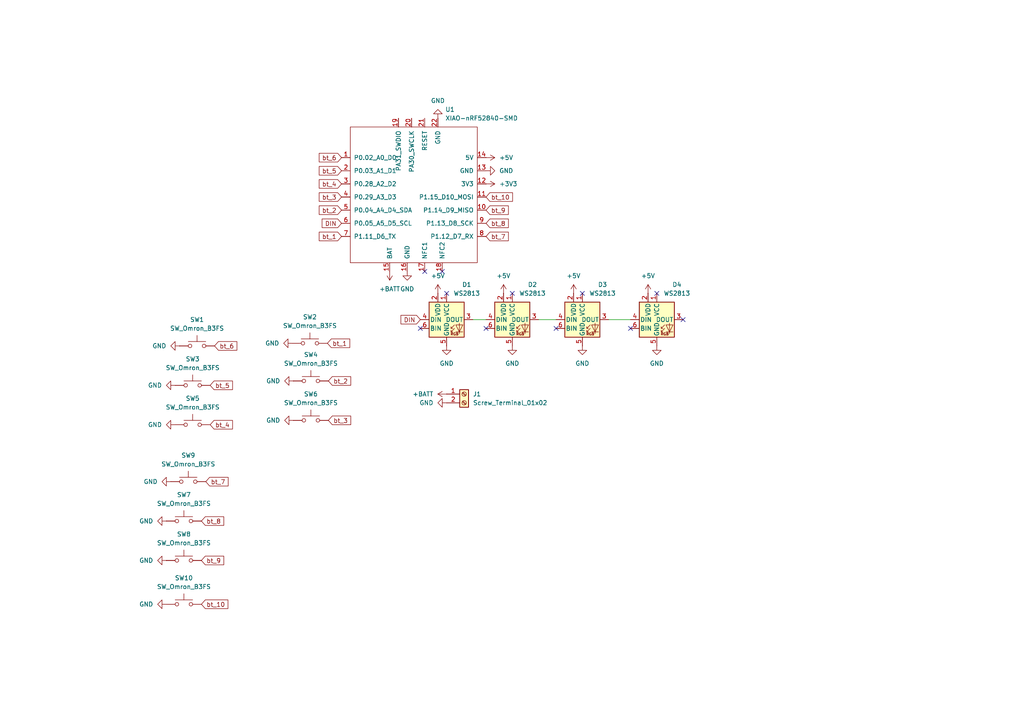
<source format=kicad_sch>
(kicad_sch (version 20250114) (generator "eeschema") (generator_version "9.0")
  (paper "A4")
  (lib_symbols
    (symbol "Connector:Screw_Terminal_01x02" (pin_names (offset 1.016) (hide yes))
      (property "Reference" "J" (at 0 2.54 0))
      (property "Value" "Screw_Terminal_01x02" (at 0 -5.08 0))
      (symbol "Screw_Terminal_01x02_1_1"
        (rectangle (start -1.27 1.27) (end 1.27 -3.81) (stroke (width 0.254)) (fill (type background)))
        (polyline (pts (xy -0.5334 0.3302) (xy 0.3302 -0.508)) (stroke (width 0.1524)))
        (polyline (pts (xy -0.5334 -2.2098) (xy 0.3302 -3.048)) (stroke (width 0.1524)))
        (polyline (pts (xy -0.3556 0.508) (xy 0.508 -0.3302)) (stroke (width 0.1524)))
        (polyline (pts (xy -0.3556 -2.032) (xy 0.508 -2.8702)) (stroke (width 0.1524)))
        (circle (center 0 0) (radius 0.635) (stroke (width 0.1524)))
        (circle (center 0 -2.54) (radius 0.635) (stroke (width 0.1524)))
        (pin passive line (at -5.08 0 0) (length 3.81) (name "Pin_1") (number "1"))
        (pin passive line (at -5.08 -2.54 0) (length 3.81) (name "Pin_2") (number "2"))
      )
    )
    (symbol "LED:WS2813" (pin_names (offset 0.254))
      (property "Reference" "D" (at 5.08 5.715 0))
      (property "Value" "WS2813" (at 1.27 -5.715 0))
      (symbol "WS2813_0_0"
        (text "RGB" (at 2.286 -4.191 0) (effects (font (size 0.762 0.762))))
      )
      (symbol "WS2813_0_1"
        (polyline (pts (xy 1.27 -2.54) (xy 1.778 -2.54)))
        (polyline (pts (xy 1.27 -3.556) (xy 1.778 -3.556)))
        (polyline (pts (xy 2.286 -1.524) (xy 1.27 -2.54) (xy 1.27 -2.032)))
        (polyline (pts (xy 2.286 -2.54) (xy 1.27 -3.556) (xy 1.27 -3.048)))
        (polyline (pts (xy 3.683 -1.016) (xy 3.683 -3.556) (xy 3.683 -4.064)))
        (polyline (pts (xy 4.699 -1.524) (xy 2.667 -1.524) (xy 3.683 -3.556) (xy 4.699 -1.524)))
        (polyline (pts (xy 4.699 -3.556) (xy 2.667 -3.556)))
        (rectangle (start 5.08 5.08) (end -5.08 -5.08) (stroke (width 0.254)) (fill (type background)))
      )
      (symbol "WS2813_1_1"
        (pin input line (at -7.62 0 0) (length 2.54) (name "DIN") (number "4"))
        (pin input line (at -7.62 -2.54 0) (length 2.54) (name "BIN") (number "6"))
        (pin power_in line (at -2.54 7.62 270) (length 2.54) (name "VDD") (number "2"))
        (pin power_in line (at 0 7.62 270) (length 2.54) (name "VCC") (number "1"))
        (pin power_in line (at 0 -7.62 90) (length 2.54) (name "GND") (number "5"))
        (pin output line (at 7.62 0 180) (length 2.54) (name "DOUT") (number "3"))
      )
    )
    (symbol "Seeed_Studio_XIAO_Series:XIAO-nRF52840-SMD" (pin_names (offset 1.016))
      (property "Reference" "U" (at -18.542 23.114 0))
      (property "Value" "XIAO-nRF52840-SMD" (at -8.636 21.336 0))
      (symbol "XIAO-nRF52840-SMD_0_1"
        (rectangle (start -19.05 20.32) (end 17.78 -19.05))
      )
      (symbol "XIAO-nRF52840-SMD_1_1"
        (pin passive line (at -21.59 11.43 0) (length 2.54) (name "P0.02_A0_D0") (number "1"))
        (pin passive line (at -21.59 7.62 0) (length 2.54) (name "P0.03_A1_D1") (number "2"))
        (pin passive line (at -21.59 3.81 0) (length 2.54) (name "P0.28_A2_D2") (number "3"))
        (pin passive line (at -21.59 0 0) (length 2.54) (name "P0.29_A3_D3") (number "4"))
        (pin passive line (at -21.59 -3.81 0) (length 2.54) (name "P0.04_A4_D4_SDA") (number "5"))
        (pin passive line (at -21.59 -7.62 0) (length 2.54) (name "P0.05_A5_D5_SCL") (number "6"))
        (pin passive line (at -21.59 -11.43 0) (length 2.54) (name "P1.11_D6_TX") (number "7"))
        (pin passive line (at -7.62 -21.59 90) (length 2.54) (name "BAT") (number "15"))
        (pin passive line (at -5.08 22.86 270) (length 2.54) (name "PA31_SWDIO") (number "19"))
        (pin passive line (at -2.54 -21.59 90) (length 2.54) (name "GND") (number "16"))
        (pin passive line (at -1.27 22.86 270) (length 2.54) (name "PA30_SWCLK") (number "20"))
        (pin passive line (at 2.54 22.86 270) (length 2.54) (name "RESET") (number "21"))
        (pin passive line (at 2.54 -21.59 90) (length 2.54) (name "NFC1") (number "17"))
        (pin passive line (at 6.35 22.86 270) (length 2.54) (name "GND") (number "22"))
        (pin passive line (at 7.62 -21.59 90) (length 2.54) (name "NFC2") (number "18"))
        (pin passive line (at 20.32 11.43 180) (length 2.54) (name "5V") (number "14"))
        (pin passive line (at 20.32 7.62 180) (length 2.54) (name "GND") (number "13"))
        (pin passive line (at 20.32 3.81 180) (length 2.54) (name "3V3") (number "12"))
        (pin passive line (at 20.32 0 180) (length 2.54) (name "P1.15_D10_MOSI") (number "11"))
        (pin passive line (at 20.32 -3.81 180) (length 2.54) (name "P1.14_D9_MISO") (number "10"))
        (pin passive line (at 20.32 -7.62 180) (length 2.54) (name "P1.13_D8_SCK") (number "9"))
        (pin passive line (at 20.32 -11.43 180) (length 2.54) (name "P1.12_D7_RX") (number "8"))
      )
    )
    (symbol "Switch:SW_Omron_B3FS" (pin_numbers (hide yes)) (pin_names (offset 1.016) (hide yes))
      (property "Reference" "SW" (at 1.27 2.54 0))
      (property "Value" "SW_Omron_B3FS" (at 0 -1.524 0))
      (symbol "SW_Omron_B3FS_0_1"
        (circle (center -2.032 0) (radius 0.508))
        (polyline (pts (xy 0 1.27) (xy 0 3.048)))
        (circle (center 2.032 0) (radius 0.508))
        (polyline (pts (xy 2.54 1.27) (xy -2.54 1.27)))
        (pin passive line (at -5.08 0 0) (length 2.54) (name "1") (number "1"))
        (pin passive line (at 5.08 0 180) (length 2.54) (name "2") (number "2"))
      )
    )
    (symbol "power:+3V3" (power) (pin_numbers (hide yes)) (pin_names (offset 0) (hide yes))
      (property "Value" "+3V3" (at 0 3.556 0))
      (symbol "+3V3_0_1"
        (polyline (pts (xy -0.762 1.27) (xy 0 2.54)))
        (polyline (pts (xy 0 2.54) (xy 0.762 1.27)))
        (polyline (pts (xy 0 0) (xy 0 2.54)))
      )
      (symbol "+3V3_1_1"
        (pin power_in line (at 0 0 90) (length 0) (name "~") (number "1"))
      )
    )
    (symbol "power:+5V" (power) (pin_numbers (hide yes)) (pin_names (offset 0) (hide yes))
      (property "Value" "+5V" (at 0 3.556 0))
      (symbol "+5V_0_1"
        (polyline (pts (xy -0.762 1.27) (xy 0 2.54)))
        (polyline (pts (xy 0 2.54) (xy 0.762 1.27)))
        (polyline (pts (xy 0 0) (xy 0 2.54)))
      )
      (symbol "+5V_1_1"
        (pin power_in line (at 0 0 90) (length 0) (name "~") (number "1"))
      )
    )
    (symbol "power:+BATT" (power) (pin_numbers (hide yes)) (pin_names (offset 0) (hide yes))
      (property "Value" "+BATT" (at 0 3.556 0))
      (symbol "+BATT_0_1"
        (polyline (pts (xy -0.762 1.27) (xy 0 2.54)))
        (polyline (pts (xy 0 2.54) (xy 0.762 1.27)))
        (polyline (pts (xy 0 0) (xy 0 2.54)))
      )
      (symbol "+BATT_1_1"
        (pin power_in line (at 0 0 90) (length 0) (name "~") (number "1"))
      )
    )
    (symbol "power:GND" (power) (pin_numbers (hide yes)) (pin_names (offset 0) (hide yes))
      (property "Value" "GND" (at 0 -3.81 0))
      (symbol "GND_0_1"
        (polyline (pts (xy 0 0) (xy 0 -1.27) (xy 1.27 -1.27) (xy 0 -2.54) (xy -1.27 -1.27) (xy 0 -1.27)))
      )
      (symbol "GND_1_1"
        (pin power_in line (at 0 0 270) (length 0) (name "~") (number "1"))
      )
    )
  )
  (no_connect (at 123.19 78.74))
  (no_connect (at 148.59 85.09))
  (no_connect (at 198.12 92.71))
  (no_connect (at 129.54 85.09))
  (no_connect (at 182.88 95.25))
  (no_connect (at 121.92 95.25))
  (no_connect (at 140.97 95.25))
  (no_connect (at 161.29 95.25))
  (no_connect (at 168.91 85.09))
  (no_connect (at 128.27 78.74))
  (no_connect (at 190.5 85.09))
  (wire (pts (xy 137.16 92.71) (xy 140.97 92.71)))
  (wire (pts (xy 176.53 92.71) (xy 182.88 92.71)))
  (wire (pts (xy 156.21 92.71) (xy 161.29 92.71)))
  (global_label "bt_5" (shape input) (at 99.06 49.53 180) (property "Intersheetrefs" "${INTERSHEET_REFS}" (effects (hide yes))))
  (global_label "bt_3" (shape input) (at 99.06 57.15 180) (property "Intersheetrefs" "${INTERSHEET_REFS}" (effects (hide yes))))
  (global_label "bt_9" (shape input) (at 140.97 60.96 0) (property "Intersheetrefs" "${INTERSHEET_REFS}" (effects (hide yes))))
  (global_label "bt_5" (shape input) (at 60.96 111.76 0) (property "Intersheetrefs" "${INTERSHEET_REFS}" (effects (hide yes))))
  (global_label "DIN" (shape input) (at 121.92 92.71 180) (property "Intersheetrefs" "${INTERSHEET_REFS}" (effects (hide yes))))
  (global_label "bt_6" (shape input) (at 62.23 100.33 0) (property "Intersheetrefs" "${INTERSHEET_REFS}" (effects (hide yes))))
  (global_label "bt_8" (shape input) (at 140.97 64.77 0) (property "Intersheetrefs" "${INTERSHEET_REFS}" (effects (hide yes))))
  (global_label "bt_6" (shape input) (at 99.06 45.72 180) (property "Intersheetrefs" "${INTERSHEET_REFS}" (effects (hide yes))))
  (global_label "bt_4" (shape input) (at 60.96 123.19 0) (property "Intersheetrefs" "${INTERSHEET_REFS}" (effects (hide yes))))
  (global_label "bt_8" (shape input) (at 58.42 151.13 0) (property "Intersheetrefs" "${INTERSHEET_REFS}" (effects (hide yes))))
  (global_label "bt_10" (shape input) (at 140.97 57.15 0) (property "Intersheetrefs" "${INTERSHEET_REFS}" (effects (hide yes))))
  (global_label "bt_1" (shape input) (at 99.06 68.58 180) (property "Intersheetrefs" "${INTERSHEET_REFS}" (effects (hide yes))))
  (global_label "bt_10" (shape input) (at 58.42 175.26 0) (property "Intersheetrefs" "${INTERSHEET_REFS}" (effects (hide yes))))
  (global_label "bt_1" (shape input) (at 94.9695 99.5632 0) (property "Intersheetrefs" "${INTERSHEET_REFS}" (effects (hide yes))))
  (global_label "DIN" (shape input) (at 99.06 64.77 180) (property "Intersheetrefs" "${INTERSHEET_REFS}" (effects (hide yes))))
  (global_label "bt_2" (shape input) (at 95.25 110.49 0) (property "Intersheetrefs" "${INTERSHEET_REFS}" (effects (hide yes))))
  (global_label "bt_3" (shape input) (at 95.25 121.92 0) (property "Intersheetrefs" "${INTERSHEET_REFS}" (effects (hide yes))))
  (global_label "bt_7" (shape input) (at 140.97 68.58 0) (property "Intersheetrefs" "${INTERSHEET_REFS}" (effects (hide yes))))
  (global_label "bt_9" (shape input) (at 58.42 162.56 0) (property "Intersheetrefs" "${INTERSHEET_REFS}" (effects (hide yes))))
  (global_label "bt_2" (shape input) (at 99.06 60.96 180) (property "Intersheetrefs" "${INTERSHEET_REFS}" (effects (hide yes))))
  (global_label "bt_7" (shape input) (at 59.69 139.7 0) (property "Intersheetrefs" "${INTERSHEET_REFS}" (effects (hide yes))))
  (global_label "bt_4" (shape input) (at 99.06 53.34 180) (property "Intersheetrefs" "${INTERSHEET_REFS}" (effects (hide yes))))
  (symbol (lib_id "power:GND") (at 84.8095 99.5632 270) (unit 1)
    (property "Reference" "#PWR013" (effects (hide yes)))
    (property "Value" "GND" (at 80.9995 99.5631 90) (effects (justify right)))
    (property "Description" "Power symbol creates a global label with name \"GND\" , ground" (effects (hide yes)))
  )
  (symbol (lib_id "Switch:SW_Omron_B3FS") (at 53.34 175.26 0) (unit 1)
    (property "Reference" "SW10" (at 53.34 167.64 0))
    (property "Value" "SW_Omron_B3FS" (at 53.34 170.18 0))
    (property "Footprint" "Button_Switch_THT:SW_TH_Tactile_Omron_B3F-10xx" (effects (hide yes)))
    (property "Datasheet" "https://omronfs.omron.com/en_US/ecb/products/pdf/en-b3fs.pdf" (effects (hide yes)))
    (property "Description" "Omron B3FS 6x6mm single pole normally-open tactile switch" (effects (hide yes)))
  )
  (symbol (lib_id "Switch:SW_Omron_B3FS") (at 90.17 121.92 0) (unit 1)
    (property "Reference" "SW6" (at 90.17 114.3 0))
    (property "Value" "SW_Omron_B3FS" (at 90.17 116.84 0))
    (property "Footprint" "Button_Switch_THT:SW_TH_Tactile_Omron_B3F-10xx" (effects (hide yes)))
    (property "Datasheet" "https://omronfs.omron.com/en_US/ecb/products/pdf/en-b3fs.pdf" (effects (hide yes)))
    (property "Description" "Omron B3FS 6x6mm single pole normally-open tactile switch" (effects (hide yes)))
  )
  (symbol (lib_id "Switch:SW_Omron_B3FS") (at 90.17 110.49 0) (unit 1)
    (property "Reference" "SW4" (at 90.17 102.87 0))
    (property "Value" "SW_Omron_B3FS" (at 90.17 105.41 0))
    (property "Footprint" "Button_Switch_THT:SW_TH_Tactile_Omron_B3F-10xx" (effects (hide yes)))
    (property "Datasheet" "https://omronfs.omron.com/en_US/ecb/products/pdf/en-b3fs.pdf" (effects (hide yes)))
    (property "Description" "Omron B3FS 6x6mm single pole normally-open tactile switch" (effects (hide yes)))
  )
  (symbol (lib_id "power:+3V3") (at 140.97 53.34 270) (unit 1)
    (property "Reference" "#PWR010" (effects (hide yes)))
    (property "Value" "+3V3" (at 144.78 53.3399 90) (effects (justify left)))
    (property "Description" "Power symbol creates a global label with name \"+3V3\"" (effects (hide yes)))
  )
  (symbol (lib_id "power:+5V") (at 140.97 45.72 270) (unit 1)
    (property "Reference" "#PWR08" (effects (hide yes)))
    (property "Value" "+5V" (at 144.78 45.7199 90) (effects (justify left)))
    (property "Description" "Power symbol creates a global label with name \"+5V\"" (effects (hide yes)))
  )
  (symbol (lib_id "power:+BATT") (at 129.54 114.3 90) (unit 1)
    (property "Reference" "#PWR03" (effects (hide yes)))
    (property "Value" "+BATT" (at 125.73 114.2999 90) (effects (justify left)))
    (property "Description" "Power symbol creates a global label with name \"+BATT\"" (effects (hide yes)))
  )
  (symbol (lib_id "power:GND") (at 50.8 111.76 270) (unit 1)
    (property "Reference" "#PWR015" (effects (hide yes)))
    (property "Value" "GND" (at 46.99 111.7599 90) (effects (justify right)))
    (property "Description" "Power symbol creates a global label with name \"GND\" , ground" (effects (hide yes)))
  )
  (symbol (lib_id "Switch:SW_Omron_B3FS") (at 54.61 139.7 0) (unit 1)
    (property "Reference" "SW9" (at 54.61 132.08 0))
    (property "Value" "SW_Omron_B3FS" (at 54.61 134.62 0))
    (property "Footprint" "Button_Switch_THT:SW_TH_Tactile_Omron_B3F-10xx" (effects (hide yes)))
    (property "Datasheet" "https://omronfs.omron.com/en_US/ecb/products/pdf/en-b3fs.pdf" (effects (hide yes)))
    (property "Description" "Omron B3FS 6x6mm single pole normally-open tactile switch" (effects (hide yes)))
  )
  (symbol (lib_id "power:GND") (at 127 34.29 180) (unit 1)
    (property "Reference" "#PWR06" (effects (hide yes)))
    (property "Value" "GND" (at 127 29.21 0))
    (property "Description" "Power symbol creates a global label with name \"GND\" , ground" (effects (hide yes)))
  )
  (symbol (lib_id "power:GND") (at 48.26 151.13 270) (unit 1)
    (property "Reference" "#PWR017" (effects (hide yes)))
    (property "Value" "GND" (at 44.45 151.1299 90) (effects (justify right)))
    (property "Description" "Power symbol creates a global label with name \"GND\" , ground" (effects (hide yes)))
  )
  (symbol (lib_id "power:+5V") (at 187.96 85.09 0) (unit 1)
    (property "Reference" "#PWR025" (effects (hide yes)))
    (property "Value" "+5V" (at 187.96 80.01 0))
    (property "Description" "Power symbol creates a global label with name \"+5V\"" (effects (hide yes)))
  )
  (symbol (lib_id "Switch:SW_Omron_B3FS") (at 55.88 111.76 0) (unit 1)
    (property "Reference" "SW3" (at 55.88 104.14 0))
    (property "Value" "SW_Omron_B3FS" (at 55.88 106.68 0))
    (property "Footprint" "Button_Switch_THT:SW_TH_Tactile_Omron_B3F-10xx" (effects (hide yes)))
    (property "Datasheet" "https://omronfs.omron.com/en_US/ecb/products/pdf/en-b3fs.pdf" (effects (hide yes)))
    (property "Description" "Omron B3FS 6x6mm single pole normally-open tactile switch" (effects (hide yes)))
  )
  (symbol (lib_id "Switch:SW_Omron_B3FS") (at 55.88 123.19 0) (unit 1)
    (property "Reference" "SW5" (at 55.88 115.57 0))
    (property "Value" "SW_Omron_B3FS" (at 55.88 118.11 0))
    (property "Footprint" "Button_Switch_THT:SW_TH_Tactile_Omron_B3F-10xx" (effects (hide yes)))
    (property "Datasheet" "https://omronfs.omron.com/en_US/ecb/products/pdf/en-b3fs.pdf" (effects (hide yes)))
    (property "Description" "Omron B3FS 6x6mm single pole normally-open tactile switch" (effects (hide yes)))
  )
  (symbol (lib_id "power:GND") (at 48.26 175.26 270) (unit 1)
    (property "Reference" "#PWR022" (effects (hide yes)))
    (property "Value" "GND" (at 44.45 175.2599 90) (effects (justify right)))
    (property "Description" "Power symbol creates a global label with name \"GND\" , ground" (effects (hide yes)))
  )
  (symbol (lib_id "LED:WS2813") (at 190.5 92.71 0) (unit 1)
    (property "Reference" "D4" (at 196.342 82.55 0))
    (property "Value" "WS2813" (at 196.342 85.09 0))
    (property "Footprint" "LED_SMD:LED_WS2812_PLCC6_5.0x5.0mm_P1.6mm" (effects (hide yes)))
    (property "Datasheet" "http://www.normandled.com/upload/201605/WS2813%20LED%20Datasheet.pdf" (effects (hide yes)))
    (property "Description" "RGB LED with integrated controller" (effects (hide yes)))
  )
  (symbol (lib_id "Switch:SW_Omron_B3FS") (at 53.34 162.56 0) (unit 1)
    (property "Reference" "SW8" (at 53.34 154.94 0))
    (property "Value" "SW_Omron_B3FS" (at 53.34 157.48 0))
    (property "Footprint" "Button_Switch_THT:SW_TH_Tactile_Omron_B3F-10xx" (effects (hide yes)))
    (property "Datasheet" "https://omronfs.omron.com/en_US/ecb/products/pdf/en-b3fs.pdf" (effects (hide yes)))
    (property "Description" "Omron B3FS 6x6mm single pole normally-open tactile switch" (effects (hide yes)))
  )
  (symbol (lib_id "power:GND") (at 148.59 100.33 0) (unit 1)
    (property "Reference" "#PWR020" (effects (hide yes)))
    (property "Value" "GND" (at 148.59 105.41 0))
    (property "Description" "Power symbol creates a global label with name \"GND\" , ground" (effects (hide yes)))
  )
  (symbol (lib_id "LED:WS2813") (at 168.91 92.71 0) (unit 1)
    (property "Reference" "D3" (at 174.752 82.55 0))
    (property "Value" "WS2813" (at 174.752 85.09 0))
    (property "Footprint" "LED_SMD:LED_WS2812_PLCC6_5.0x5.0mm_P1.6mm" (effects (hide yes)))
    (property "Datasheet" "http://www.normandled.com/upload/201605/WS2813%20LED%20Datasheet.pdf" (effects (hide yes)))
    (property "Description" "RGB LED with integrated controller" (effects (hide yes)))
  )
  (symbol (lib_id "Connector:Screw_Terminal_01x02") (at 134.62 114.3 0) (unit 1)
    (property "Reference" "J1" (at 137.16 114.2999 0) (effects (justify left)))
    (property "Value" "Screw_Terminal_01x02" (at 137.16 116.8399 0) (effects (justify left)))
    (property "Footprint" "TerminalBlock_4Ucon:TerminalBlock_4Ucon_1x02_P3.50mm_Horizontal" (effects (hide yes)))
    (property "Description" "Generic screw terminal, single row, 01x02, script generated (kicad-library-utils/schlib/autogen/connector/)" (effects (hide yes)))
  )
  (symbol (lib_id "power:GND") (at 48.26 162.56 270) (unit 1)
    (property "Reference" "#PWR018" (effects (hide yes)))
    (property "Value" "GND" (at 44.45 162.5599 90) (effects (justify right)))
    (property "Description" "Power symbol creates a global label with name \"GND\" , ground" (effects (hide yes)))
  )
  (symbol (lib_id "Switch:SW_Omron_B3FS") (at 57.15 100.33 0) (unit 1)
    (property "Reference" "SW1" (at 57.15 92.71 0))
    (property "Value" "SW_Omron_B3FS" (at 57.15 95.25 0))
    (property "Footprint" "Button_Switch_THT:SW_TH_Tactile_Omron_B3F-10xx" (effects (hide yes)))
    (property "Datasheet" "https://omronfs.omron.com/en_US/ecb/products/pdf/en-b3fs.pdf" (effects (hide yes)))
    (property "Description" "Omron B3FS 6x6mm single pole normally-open tactile switch" (effects (hide yes)))
  )
  (symbol (lib_id "power:GND") (at 129.54 100.33 0) (unit 1)
    (property "Reference" "#PWR01" (effects (hide yes)))
    (property "Value" "GND" (at 129.54 105.41 0))
    (property "Description" "Power symbol creates a global label with name \"GND\" , ground" (effects (hide yes)))
  )
  (symbol (lib_id "power:GND") (at 140.97 49.53 90) (unit 1)
    (property "Reference" "#PWR07" (effects (hide yes)))
    (property "Value" "GND" (at 144.78 49.5299 90) (effects (justify right)))
    (property "Description" "Power symbol creates a global label with name \"GND\" , ground" (effects (hide yes)))
  )
  (symbol (lib_id "power:+5V") (at 127 85.09 0) (unit 1)
    (property "Reference" "#PWR09" (effects (hide yes)))
    (property "Value" "+5V" (at 127 80.01 0))
    (property "Description" "Power symbol creates a global label with name \"+5V\"" (effects (hide yes)))
  )
  (symbol (lib_id "Switch:SW_Omron_B3FS") (at 89.8895 99.5632 0) (unit 1)
    (property "Reference" "SW2" (at 89.8895 91.9432 0))
    (property "Value" "SW_Omron_B3FS" (at 89.8895 94.4832 0))
    (property "Footprint" "Button_Switch_THT:SW_TH_Tactile_Omron_B3F-10xx" (effects (hide yes)))
    (property "Datasheet" "https://omronfs.omron.com/en_US/ecb/products/pdf/en-b3fs.pdf" (effects (hide yes)))
    (property "Description" "Omron B3FS 6x6mm single pole normally-open tactile switch" (effects (hide yes)))
  )
  (symbol (lib_id "power:GND") (at 129.54 116.84 270) (unit 1)
    (property "Reference" "#PWR04" (effects (hide yes)))
    (property "Value" "GND" (at 125.73 116.8399 90) (effects (justify right)))
    (property "Description" "Power symbol creates a global label with name \"GND\" , ground" (effects (hide yes)))
  )
  (symbol (lib_id "power:GND") (at 85.09 121.92 270) (unit 1)
    (property "Reference" "#PWR011" (effects (hide yes)))
    (property "Value" "GND" (at 81.28 121.9199 90) (effects (justify right)))
    (property "Description" "Power symbol creates a global label with name \"GND\" , ground" (effects (hide yes)))
  )
  (symbol (lib_id "power:GND") (at 49.53 139.7 270) (unit 1)
    (property "Reference" "#PWR019" (effects (hide yes)))
    (property "Value" "GND" (at 45.72 139.6999 90) (effects (justify right)))
    (property "Description" "Power symbol creates a global label with name \"GND\" , ground" (effects (hide yes)))
  )
  (symbol (lib_id "Seeed_Studio_XIAO_Series:XIAO-nRF52840-SMD") (at 120.65 57.15 0) (unit 1)
    (property "Reference" "U1" (at 129.1433 31.75 0) (effects (justify left)))
    (property "Value" "XIAO-nRF52840-SMD" (at 129.1433 34.29 0) (effects (justify left)))
    (property "Footprint" "Seeed Studio XIAO Series Library:XIAO-nRF52840-SMD" (effects (hide yes)))
  )
  (symbol (lib_id "Switch:SW_Omron_B3FS") (at 53.34 151.13 0) (unit 1)
    (property "Reference" "SW7" (at 53.34 143.51 0))
    (property "Value" "SW_Omron_B3FS" (at 53.34 146.05 0))
    (property "Footprint" "Button_Switch_THT:SW_TH_Tactile_Omron_B3F-10xx" (effects (hide yes)))
    (property "Datasheet" "https://omronfs.omron.com/en_US/ecb/products/pdf/en-b3fs.pdf" (effects (hide yes)))
    (property "Description" "Omron B3FS 6x6mm single pole normally-open tactile switch" (effects (hide yes)))
  )
  (symbol (lib_id "power:GND") (at 50.8 123.19 270) (unit 1)
    (property "Reference" "#PWR016" (effects (hide yes)))
    (property "Value" "GND" (at 46.99 123.1899 90) (effects (justify right)))
    (property "Description" "Power symbol creates a global label with name \"GND\" , ground" (effects (hide yes)))
  )
  (symbol (lib_id "power:+5V") (at 146.05 85.09 0) (unit 1)
    (property "Reference" "#PWR021" (effects (hide yes)))
    (property "Value" "+5V" (at 146.05 80.01 0))
    (property "Description" "Power symbol creates a global label with name \"+5V\"" (effects (hide yes)))
  )
  (symbol (lib_id "power:GND") (at 118.11 78.74 0) (unit 1)
    (property "Reference" "#PWR05" (effects (hide yes)))
    (property "Value" "GND" (at 118.11 83.82 0))
    (property "Description" "Power symbol creates a global label with name \"GND\" , ground" (effects (hide yes)))
  )
  (symbol (lib_id "power:GND") (at 190.5 100.33 0) (unit 1)
    (property "Reference" "#PWR026" (effects (hide yes)))
    (property "Value" "GND" (at 190.5 105.41 0))
    (property "Description" "Power symbol creates a global label with name \"GND\" , ground" (effects (hide yes)))
  )
  (symbol (lib_id "power:GND") (at 85.09 110.49 270) (unit 1)
    (property "Reference" "#PWR012" (effects (hide yes)))
    (property "Value" "GND" (at 81.28 110.4899 90) (effects (justify right)))
    (property "Description" "Power symbol creates a global label with name \"GND\" , ground" (effects (hide yes)))
  )
  (symbol (lib_id "power:GND") (at 168.91 100.33 0) (unit 1)
    (property "Reference" "#PWR024" (effects (hide yes)))
    (property "Value" "GND" (at 168.91 105.41 0))
    (property "Description" "Power symbol creates a global label with name \"GND\" , ground" (effects (hide yes)))
  )
  (symbol (lib_id "power:GND") (at 52.07 100.33 270) (unit 1)
    (property "Reference" "#PWR014" (effects (hide yes)))
    (property "Value" "GND" (at 48.26 100.3299 90) (effects (justify right)))
    (property "Description" "Power symbol creates a global label with name \"GND\" , ground" (effects (hide yes)))
  )
  (symbol (lib_id "power:+BATT") (at 113.03 78.74 180) (unit 1)
    (property "Reference" "#PWR02" (effects (hide yes)))
    (property "Value" "+BATT" (at 113.03 83.82 0))
    (property "Footprint" "Module:Flipper_Zero_Angled" (effects (hide yes)))
    (property "Description" "Power symbol creates a global label with name \"+BATT\"" (effects (hide yes)))
  )
  (symbol (lib_id "power:+5V") (at 166.37 85.09 0) (unit 1)
    (property "Reference" "#PWR023" (effects (hide yes)))
    (property "Value" "+5V" (at 166.37 80.01 0))
    (property "Description" "Power symbol creates a global label with name \"+5V\"" (effects (hide yes)))
  )
  (symbol (lib_id "LED:WS2813") (at 129.54 92.71 0) (unit 1)
    (property "Reference" "D1" (at 135.382 82.55 0))
    (property "Value" "WS2813" (at 135.382 85.09 0))
    (property "Footprint" "LED_SMD:LED_WS2812_PLCC6_5.0x5.0mm_P1.6mm" (effects (hide yes)))
    (property "Datasheet" "http://www.normandled.com/upload/201605/WS2813%20LED%20Datasheet.pdf" (effects (hide yes)))
    (property "Description" "RGB LED with integrated controller" (effects (hide yes)))
  )
  (symbol (lib_id "LED:WS2813") (at 148.59 92.71 0) (unit 1)
    (property "Reference" "D2" (at 154.432 82.55 0))
    (property "Value" "WS2813" (at 154.432 85.09 0))
    (property "Footprint" "LED_SMD:LED_WS2812_PLCC6_5.0x5.0mm_P1.6mm" (effects (hide yes)))
    (property "Datasheet" "http://www.normandled.com/upload/201605/WS2813%20LED%20Datasheet.pdf" (effects (hide yes)))
    (property "Description" "RGB LED with integrated controller" (effects (hide yes)))
  )
)
</source>
